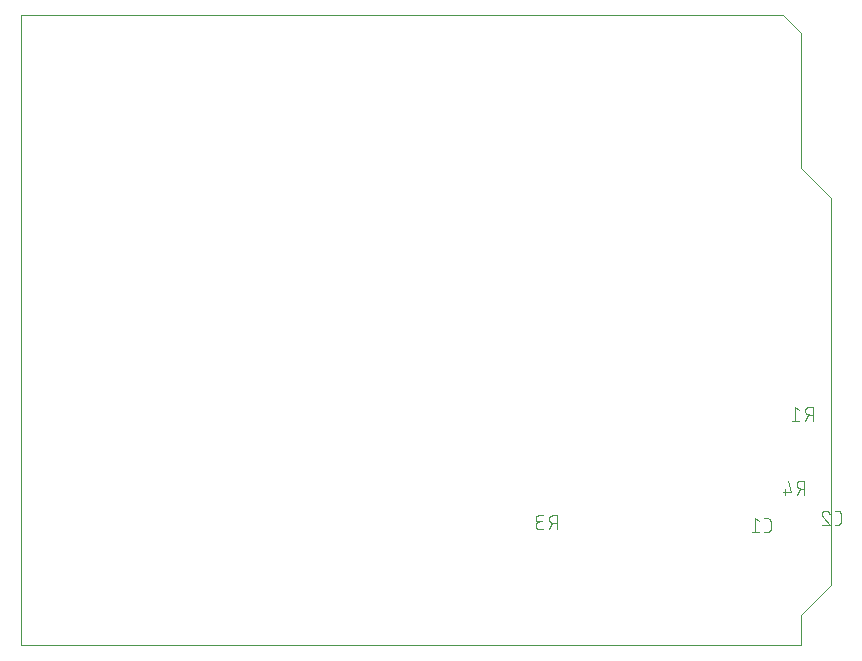
<source format=gbr>
G04 EAGLE Gerber RS-274X export*
G75*
%MOMM*%
%FSLAX34Y34*%
%LPD*%
%INSilkscreen Bottom*%
%IPPOS*%
%AMOC8*
5,1,8,0,0,1.08239X$1,22.5*%
G01*
%ADD10C,0.000000*%
%ADD11C,0.101600*%


D10*
X0Y0D02*
X660400Y0D01*
X660400Y25400D01*
X685800Y50800D01*
X685800Y378460D01*
X660400Y403860D01*
X660400Y518160D01*
X645160Y533400D01*
X0Y533400D01*
X0Y0D01*
D11*
X670712Y190168D02*
X670712Y201852D01*
X667466Y201852D01*
X667353Y201850D01*
X667240Y201844D01*
X667127Y201834D01*
X667014Y201820D01*
X666902Y201803D01*
X666791Y201781D01*
X666681Y201756D01*
X666571Y201726D01*
X666463Y201693D01*
X666356Y201656D01*
X666250Y201616D01*
X666146Y201571D01*
X666043Y201523D01*
X665942Y201472D01*
X665843Y201417D01*
X665746Y201359D01*
X665651Y201297D01*
X665558Y201232D01*
X665468Y201164D01*
X665380Y201093D01*
X665294Y201018D01*
X665211Y200941D01*
X665131Y200861D01*
X665054Y200778D01*
X664979Y200692D01*
X664908Y200604D01*
X664840Y200514D01*
X664775Y200421D01*
X664713Y200326D01*
X664655Y200229D01*
X664600Y200130D01*
X664549Y200029D01*
X664501Y199926D01*
X664456Y199822D01*
X664416Y199716D01*
X664379Y199609D01*
X664346Y199501D01*
X664316Y199391D01*
X664291Y199281D01*
X664269Y199170D01*
X664252Y199058D01*
X664238Y198945D01*
X664228Y198832D01*
X664222Y198719D01*
X664220Y198606D01*
X664222Y198493D01*
X664228Y198380D01*
X664238Y198267D01*
X664252Y198154D01*
X664269Y198042D01*
X664291Y197931D01*
X664316Y197821D01*
X664346Y197711D01*
X664379Y197603D01*
X664416Y197496D01*
X664456Y197390D01*
X664501Y197286D01*
X664549Y197183D01*
X664600Y197082D01*
X664655Y196983D01*
X664713Y196886D01*
X664775Y196791D01*
X664840Y196698D01*
X664908Y196608D01*
X664979Y196520D01*
X665054Y196434D01*
X665131Y196351D01*
X665211Y196271D01*
X665294Y196194D01*
X665380Y196119D01*
X665468Y196048D01*
X665558Y195980D01*
X665651Y195915D01*
X665746Y195853D01*
X665843Y195795D01*
X665942Y195740D01*
X666043Y195689D01*
X666146Y195641D01*
X666250Y195596D01*
X666356Y195556D01*
X666463Y195519D01*
X666571Y195486D01*
X666681Y195456D01*
X666791Y195431D01*
X666902Y195409D01*
X667014Y195392D01*
X667127Y195378D01*
X667240Y195368D01*
X667353Y195362D01*
X667466Y195360D01*
X667466Y195361D02*
X670712Y195361D01*
X666817Y195361D02*
X664221Y190168D01*
X659356Y199256D02*
X656110Y201852D01*
X656110Y190168D01*
X652865Y190168D02*
X659356Y190168D01*
X689304Y102108D02*
X691901Y102108D01*
X692000Y102110D01*
X692100Y102116D01*
X692199Y102125D01*
X692297Y102138D01*
X692395Y102155D01*
X692493Y102176D01*
X692589Y102201D01*
X692684Y102229D01*
X692778Y102261D01*
X692871Y102296D01*
X692963Y102335D01*
X693053Y102378D01*
X693141Y102423D01*
X693228Y102473D01*
X693312Y102525D01*
X693395Y102581D01*
X693475Y102639D01*
X693553Y102701D01*
X693628Y102766D01*
X693701Y102834D01*
X693771Y102904D01*
X693839Y102977D01*
X693904Y103052D01*
X693966Y103130D01*
X694024Y103210D01*
X694080Y103293D01*
X694132Y103377D01*
X694182Y103464D01*
X694227Y103552D01*
X694270Y103642D01*
X694309Y103734D01*
X694344Y103827D01*
X694376Y103921D01*
X694404Y104016D01*
X694429Y104112D01*
X694450Y104210D01*
X694467Y104308D01*
X694480Y104406D01*
X694489Y104505D01*
X694495Y104605D01*
X694497Y104704D01*
X694497Y111196D01*
X694495Y111295D01*
X694489Y111395D01*
X694480Y111494D01*
X694467Y111592D01*
X694450Y111690D01*
X694429Y111788D01*
X694404Y111884D01*
X694376Y111979D01*
X694344Y112073D01*
X694309Y112166D01*
X694270Y112258D01*
X694227Y112348D01*
X694182Y112436D01*
X694132Y112523D01*
X694080Y112607D01*
X694024Y112690D01*
X693966Y112770D01*
X693904Y112848D01*
X693839Y112923D01*
X693771Y112996D01*
X693701Y113066D01*
X693628Y113134D01*
X693553Y113199D01*
X693475Y113261D01*
X693395Y113319D01*
X693312Y113375D01*
X693228Y113427D01*
X693141Y113477D01*
X693053Y113522D01*
X692963Y113565D01*
X692871Y113604D01*
X692778Y113639D01*
X692684Y113671D01*
X692589Y113699D01*
X692493Y113724D01*
X692395Y113745D01*
X692297Y113762D01*
X692199Y113775D01*
X692100Y113784D01*
X692000Y113790D01*
X691901Y113792D01*
X689304Y113792D01*
X681369Y113792D02*
X681262Y113790D01*
X681156Y113784D01*
X681050Y113774D01*
X680944Y113761D01*
X680838Y113743D01*
X680734Y113722D01*
X680630Y113697D01*
X680527Y113668D01*
X680426Y113636D01*
X680326Y113599D01*
X680227Y113559D01*
X680129Y113516D01*
X680033Y113469D01*
X679939Y113418D01*
X679847Y113364D01*
X679757Y113307D01*
X679669Y113247D01*
X679584Y113183D01*
X679501Y113116D01*
X679420Y113046D01*
X679342Y112974D01*
X679266Y112898D01*
X679194Y112820D01*
X679124Y112739D01*
X679057Y112656D01*
X678993Y112571D01*
X678933Y112483D01*
X678876Y112393D01*
X678822Y112301D01*
X678771Y112207D01*
X678724Y112111D01*
X678681Y112013D01*
X678641Y111914D01*
X678604Y111814D01*
X678572Y111713D01*
X678543Y111610D01*
X678518Y111506D01*
X678497Y111402D01*
X678479Y111296D01*
X678466Y111190D01*
X678456Y111084D01*
X678450Y110978D01*
X678448Y110871D01*
X681369Y113792D02*
X681490Y113790D01*
X681611Y113784D01*
X681731Y113774D01*
X681852Y113761D01*
X681971Y113743D01*
X682091Y113722D01*
X682209Y113697D01*
X682326Y113668D01*
X682443Y113635D01*
X682558Y113599D01*
X682672Y113558D01*
X682785Y113515D01*
X682897Y113467D01*
X683006Y113416D01*
X683114Y113361D01*
X683221Y113303D01*
X683325Y113242D01*
X683427Y113177D01*
X683527Y113109D01*
X683625Y113038D01*
X683721Y112964D01*
X683814Y112887D01*
X683904Y112806D01*
X683992Y112723D01*
X684077Y112637D01*
X684160Y112548D01*
X684239Y112457D01*
X684316Y112363D01*
X684389Y112267D01*
X684459Y112169D01*
X684526Y112068D01*
X684590Y111965D01*
X684651Y111860D01*
X684708Y111753D01*
X684761Y111645D01*
X684811Y111535D01*
X684857Y111423D01*
X684900Y111310D01*
X684939Y111195D01*
X679422Y108599D02*
X679343Y108677D01*
X679267Y108757D01*
X679194Y108840D01*
X679124Y108926D01*
X679057Y109013D01*
X678993Y109104D01*
X678933Y109196D01*
X678875Y109290D01*
X678821Y109387D01*
X678771Y109485D01*
X678724Y109585D01*
X678680Y109686D01*
X678640Y109789D01*
X678604Y109894D01*
X678572Y109999D01*
X678543Y110106D01*
X678518Y110213D01*
X678496Y110322D01*
X678479Y110431D01*
X678465Y110540D01*
X678456Y110650D01*
X678450Y110761D01*
X678448Y110871D01*
X679422Y108599D02*
X684939Y102108D01*
X678448Y102108D01*
X453965Y98298D02*
X453965Y109982D01*
X450720Y109982D01*
X450607Y109980D01*
X450494Y109974D01*
X450381Y109964D01*
X450268Y109950D01*
X450156Y109933D01*
X450045Y109911D01*
X449935Y109886D01*
X449825Y109856D01*
X449717Y109823D01*
X449610Y109786D01*
X449504Y109746D01*
X449400Y109701D01*
X449297Y109653D01*
X449196Y109602D01*
X449097Y109547D01*
X449000Y109489D01*
X448905Y109427D01*
X448812Y109362D01*
X448722Y109294D01*
X448634Y109223D01*
X448548Y109148D01*
X448465Y109071D01*
X448385Y108991D01*
X448308Y108908D01*
X448233Y108822D01*
X448162Y108734D01*
X448094Y108644D01*
X448029Y108551D01*
X447967Y108456D01*
X447909Y108359D01*
X447854Y108260D01*
X447803Y108159D01*
X447755Y108056D01*
X447710Y107952D01*
X447670Y107846D01*
X447633Y107739D01*
X447600Y107631D01*
X447570Y107521D01*
X447545Y107411D01*
X447523Y107300D01*
X447506Y107188D01*
X447492Y107075D01*
X447482Y106962D01*
X447476Y106849D01*
X447474Y106736D01*
X447476Y106623D01*
X447482Y106510D01*
X447492Y106397D01*
X447506Y106284D01*
X447523Y106172D01*
X447545Y106061D01*
X447570Y105951D01*
X447600Y105841D01*
X447633Y105733D01*
X447670Y105626D01*
X447710Y105520D01*
X447755Y105416D01*
X447803Y105313D01*
X447854Y105212D01*
X447909Y105113D01*
X447967Y105016D01*
X448029Y104921D01*
X448094Y104828D01*
X448162Y104738D01*
X448233Y104650D01*
X448308Y104564D01*
X448385Y104481D01*
X448465Y104401D01*
X448548Y104324D01*
X448634Y104249D01*
X448722Y104178D01*
X448812Y104110D01*
X448905Y104045D01*
X449000Y103983D01*
X449097Y103925D01*
X449196Y103870D01*
X449297Y103819D01*
X449400Y103771D01*
X449504Y103726D01*
X449610Y103686D01*
X449717Y103649D01*
X449825Y103616D01*
X449935Y103586D01*
X450045Y103561D01*
X450156Y103539D01*
X450268Y103522D01*
X450381Y103508D01*
X450494Y103498D01*
X450607Y103492D01*
X450720Y103490D01*
X450720Y103491D02*
X453965Y103491D01*
X450071Y103491D02*
X447474Y98298D01*
X442609Y98298D02*
X439364Y98298D01*
X439251Y98300D01*
X439138Y98306D01*
X439025Y98316D01*
X438912Y98330D01*
X438800Y98347D01*
X438689Y98369D01*
X438579Y98394D01*
X438469Y98424D01*
X438361Y98457D01*
X438254Y98494D01*
X438148Y98534D01*
X438044Y98579D01*
X437941Y98627D01*
X437840Y98678D01*
X437741Y98733D01*
X437644Y98791D01*
X437549Y98853D01*
X437456Y98918D01*
X437366Y98986D01*
X437278Y99057D01*
X437192Y99132D01*
X437109Y99209D01*
X437029Y99289D01*
X436952Y99372D01*
X436877Y99458D01*
X436806Y99546D01*
X436738Y99636D01*
X436673Y99729D01*
X436611Y99824D01*
X436553Y99921D01*
X436498Y100020D01*
X436447Y100121D01*
X436399Y100224D01*
X436354Y100328D01*
X436314Y100434D01*
X436277Y100541D01*
X436244Y100649D01*
X436214Y100759D01*
X436189Y100869D01*
X436167Y100980D01*
X436150Y101092D01*
X436136Y101205D01*
X436126Y101318D01*
X436120Y101431D01*
X436118Y101544D01*
X436120Y101657D01*
X436126Y101770D01*
X436136Y101883D01*
X436150Y101996D01*
X436167Y102108D01*
X436189Y102219D01*
X436214Y102329D01*
X436244Y102439D01*
X436277Y102547D01*
X436314Y102654D01*
X436354Y102760D01*
X436399Y102864D01*
X436447Y102967D01*
X436498Y103068D01*
X436553Y103167D01*
X436611Y103264D01*
X436673Y103359D01*
X436738Y103452D01*
X436806Y103542D01*
X436877Y103630D01*
X436952Y103716D01*
X437029Y103799D01*
X437109Y103879D01*
X437192Y103956D01*
X437278Y104031D01*
X437366Y104102D01*
X437456Y104170D01*
X437549Y104235D01*
X437644Y104297D01*
X437741Y104355D01*
X437840Y104410D01*
X437941Y104461D01*
X438044Y104509D01*
X438148Y104554D01*
X438254Y104594D01*
X438361Y104631D01*
X438469Y104664D01*
X438579Y104694D01*
X438689Y104719D01*
X438800Y104741D01*
X438912Y104758D01*
X439025Y104772D01*
X439138Y104782D01*
X439251Y104788D01*
X439364Y104790D01*
X438714Y109982D02*
X442609Y109982D01*
X438714Y109982D02*
X438613Y109980D01*
X438513Y109974D01*
X438413Y109964D01*
X438313Y109951D01*
X438214Y109933D01*
X438115Y109912D01*
X438018Y109887D01*
X437921Y109858D01*
X437826Y109825D01*
X437732Y109789D01*
X437640Y109749D01*
X437549Y109706D01*
X437460Y109659D01*
X437373Y109609D01*
X437287Y109555D01*
X437204Y109498D01*
X437124Y109438D01*
X437045Y109375D01*
X436969Y109308D01*
X436896Y109239D01*
X436826Y109167D01*
X436758Y109093D01*
X436693Y109016D01*
X436632Y108936D01*
X436573Y108854D01*
X436518Y108770D01*
X436466Y108684D01*
X436417Y108596D01*
X436372Y108506D01*
X436330Y108414D01*
X436292Y108321D01*
X436258Y108226D01*
X436227Y108131D01*
X436200Y108034D01*
X436177Y107936D01*
X436157Y107837D01*
X436142Y107737D01*
X436130Y107637D01*
X436122Y107537D01*
X436118Y107436D01*
X436118Y107336D01*
X436122Y107235D01*
X436130Y107135D01*
X436142Y107035D01*
X436157Y106935D01*
X436177Y106836D01*
X436200Y106738D01*
X436227Y106641D01*
X436258Y106546D01*
X436292Y106451D01*
X436330Y106358D01*
X436372Y106266D01*
X436417Y106176D01*
X436466Y106088D01*
X436518Y106002D01*
X436573Y105918D01*
X436632Y105836D01*
X436693Y105756D01*
X436758Y105679D01*
X436826Y105605D01*
X436896Y105533D01*
X436969Y105464D01*
X437045Y105397D01*
X437124Y105334D01*
X437204Y105274D01*
X437287Y105217D01*
X437373Y105163D01*
X437460Y105113D01*
X437549Y105066D01*
X437640Y105023D01*
X437732Y104983D01*
X437826Y104947D01*
X437921Y104914D01*
X438018Y104885D01*
X438115Y104860D01*
X438214Y104839D01*
X438313Y104821D01*
X438413Y104808D01*
X438513Y104798D01*
X438613Y104792D01*
X438714Y104790D01*
X438714Y104789D02*
X441311Y104789D01*
X663515Y127508D02*
X663515Y139192D01*
X660270Y139192D01*
X660157Y139190D01*
X660044Y139184D01*
X659931Y139174D01*
X659818Y139160D01*
X659706Y139143D01*
X659595Y139121D01*
X659485Y139096D01*
X659375Y139066D01*
X659267Y139033D01*
X659160Y138996D01*
X659054Y138956D01*
X658950Y138911D01*
X658847Y138863D01*
X658746Y138812D01*
X658647Y138757D01*
X658550Y138699D01*
X658455Y138637D01*
X658362Y138572D01*
X658272Y138504D01*
X658184Y138433D01*
X658098Y138358D01*
X658015Y138281D01*
X657935Y138201D01*
X657858Y138118D01*
X657783Y138032D01*
X657712Y137944D01*
X657644Y137854D01*
X657579Y137761D01*
X657517Y137666D01*
X657459Y137569D01*
X657404Y137470D01*
X657353Y137369D01*
X657305Y137266D01*
X657260Y137162D01*
X657220Y137056D01*
X657183Y136949D01*
X657150Y136841D01*
X657120Y136731D01*
X657095Y136621D01*
X657073Y136510D01*
X657056Y136398D01*
X657042Y136285D01*
X657032Y136172D01*
X657026Y136059D01*
X657024Y135946D01*
X657026Y135833D01*
X657032Y135720D01*
X657042Y135607D01*
X657056Y135494D01*
X657073Y135382D01*
X657095Y135271D01*
X657120Y135161D01*
X657150Y135051D01*
X657183Y134943D01*
X657220Y134836D01*
X657260Y134730D01*
X657305Y134626D01*
X657353Y134523D01*
X657404Y134422D01*
X657459Y134323D01*
X657517Y134226D01*
X657579Y134131D01*
X657644Y134038D01*
X657712Y133948D01*
X657783Y133860D01*
X657858Y133774D01*
X657935Y133691D01*
X658015Y133611D01*
X658098Y133534D01*
X658184Y133459D01*
X658272Y133388D01*
X658362Y133320D01*
X658455Y133255D01*
X658550Y133193D01*
X658647Y133135D01*
X658746Y133080D01*
X658847Y133029D01*
X658950Y132981D01*
X659054Y132936D01*
X659160Y132896D01*
X659267Y132859D01*
X659375Y132826D01*
X659485Y132796D01*
X659595Y132771D01*
X659706Y132749D01*
X659818Y132732D01*
X659931Y132718D01*
X660044Y132708D01*
X660157Y132702D01*
X660270Y132700D01*
X660270Y132701D02*
X663515Y132701D01*
X659621Y132701D02*
X657024Y127508D01*
X652159Y130104D02*
X649563Y139192D01*
X652159Y130104D02*
X645668Y130104D01*
X647615Y132701D02*
X647615Y127508D01*
X632451Y95758D02*
X629854Y95758D01*
X632451Y95758D02*
X632550Y95760D01*
X632650Y95766D01*
X632749Y95775D01*
X632847Y95788D01*
X632945Y95805D01*
X633043Y95826D01*
X633139Y95851D01*
X633234Y95879D01*
X633328Y95911D01*
X633421Y95946D01*
X633513Y95985D01*
X633603Y96028D01*
X633691Y96073D01*
X633778Y96123D01*
X633862Y96175D01*
X633945Y96231D01*
X634025Y96289D01*
X634103Y96351D01*
X634178Y96416D01*
X634251Y96484D01*
X634321Y96554D01*
X634389Y96627D01*
X634454Y96702D01*
X634516Y96780D01*
X634574Y96860D01*
X634630Y96943D01*
X634682Y97027D01*
X634732Y97114D01*
X634777Y97202D01*
X634820Y97292D01*
X634859Y97384D01*
X634894Y97477D01*
X634926Y97571D01*
X634954Y97666D01*
X634979Y97762D01*
X635000Y97860D01*
X635017Y97958D01*
X635030Y98056D01*
X635039Y98155D01*
X635045Y98255D01*
X635047Y98354D01*
X635047Y104846D01*
X635045Y104945D01*
X635039Y105045D01*
X635030Y105144D01*
X635017Y105242D01*
X635000Y105340D01*
X634979Y105438D01*
X634954Y105534D01*
X634926Y105629D01*
X634894Y105723D01*
X634859Y105816D01*
X634820Y105908D01*
X634777Y105998D01*
X634732Y106086D01*
X634682Y106173D01*
X634630Y106257D01*
X634574Y106340D01*
X634516Y106420D01*
X634454Y106498D01*
X634389Y106573D01*
X634321Y106646D01*
X634251Y106716D01*
X634178Y106784D01*
X634103Y106849D01*
X634025Y106911D01*
X633945Y106969D01*
X633862Y107025D01*
X633778Y107077D01*
X633691Y107127D01*
X633603Y107172D01*
X633513Y107215D01*
X633421Y107254D01*
X633328Y107289D01*
X633234Y107321D01*
X633139Y107349D01*
X633043Y107374D01*
X632945Y107395D01*
X632847Y107412D01*
X632749Y107425D01*
X632650Y107434D01*
X632550Y107440D01*
X632451Y107442D01*
X629854Y107442D01*
X625489Y104846D02*
X622244Y107442D01*
X622244Y95758D01*
X625489Y95758D02*
X618998Y95758D01*
M02*

</source>
